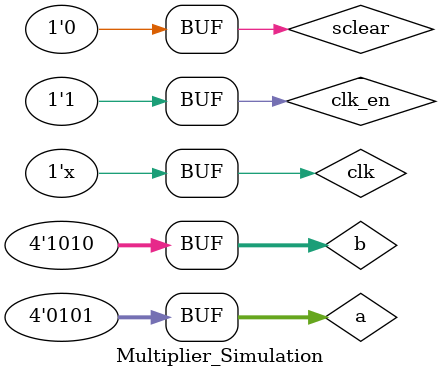
<source format=v>
`timescale 1ns / 1ps


module Multiplier_Simulation(

    );
reg clk = 0;            //clock signal
reg clk_en = 0;         //clock enable, active is high
reg sclear = 0;         //sychnorous clear, active is high
reg [3:0]a = 5;         //input signal, variable should be defined reg 
reg [3:0]b = 5;         //input signal
wire [7:0]out;          //output

initial begin           //inital 
b = 5;                  
#200 b = 6;             //delay 200ns
#200 b = 7;
#200 b = 8;
#200 b = 9;
#200 b = 10;
end

initial begin           //initial clock enable
clk_en = 0;             
#500 clk_en = 1'b1;     //delay 200ns assert clk_en
end

initial begin           //initial sychnorous clear 
sclear = 0;
#700 sclear = 1'b1;     //delay 700ns assert sclear 
#150 sclear = 1'b0;     //delay 100ns deassert sclear
end

always begin            //generate period = 20ns clock
#10 clk <= ~clk;
end

Multiplier my_test(clk, a, b, clk_en, sclear, out);         //invoke top module
endmodule

</source>
